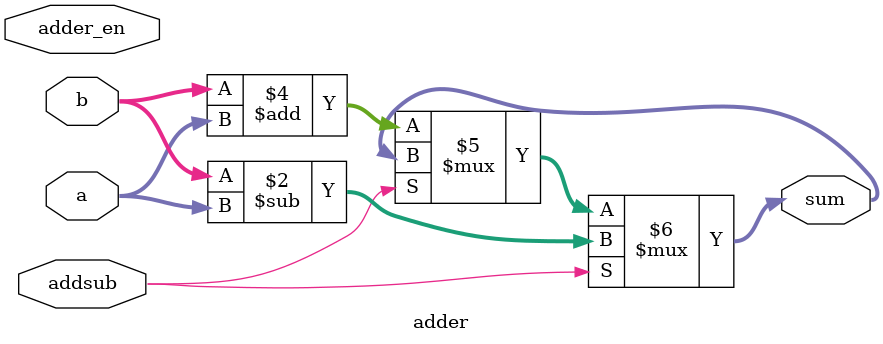
<source format=v>
module adder(
	input [39:0] a,
    input [39:0] b,
    input addsub,
	input adder_en,
    output [39:0] sum
    );

		assign sum = (addsub == 1'b1) ? (b - a) : 
						 (addsub == 1'b0) ? (b + a) :
						 	sum;	

endmodule
</source>
